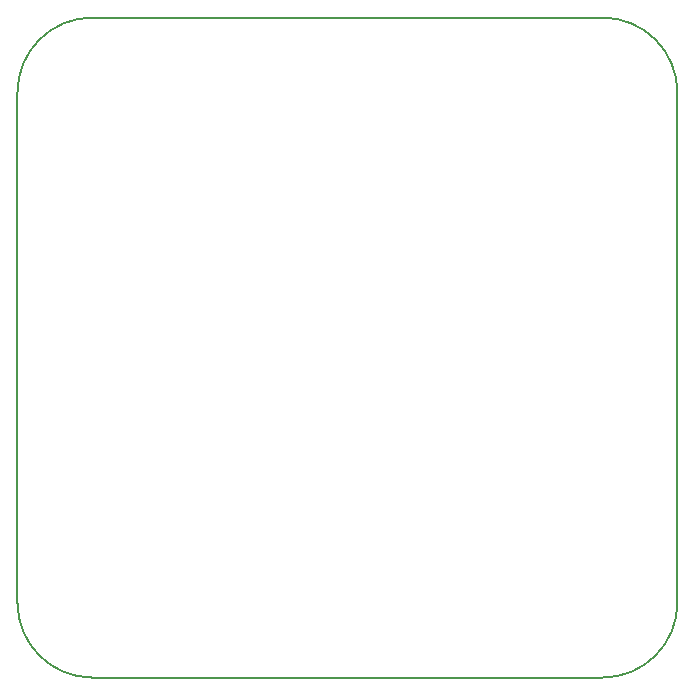
<source format=gm1>
G04 #@! TF.FileFunction,Profile,NP*
%FSLAX46Y46*%
G04 Gerber Fmt 4.6, Leading zero omitted, Abs format (unit mm)*
G04 Created by KiCad (PCBNEW (2015-11-29 BZR 6336)-product) date vrijdag 15 april 2016 20:54:22*
%MOMM*%
G01*
G04 APERTURE LIST*
%ADD10C,0.100000*%
%ADD11C,0.150000*%
G04 APERTURE END LIST*
D10*
D11*
X130810000Y-73660000D02*
X173990000Y-73660000D01*
X124460000Y-123190000D02*
X124460000Y-80010000D01*
X173990000Y-129540000D02*
X130810000Y-129540000D01*
X180340000Y-80010000D02*
X180340000Y-123190000D01*
X173990000Y-129540000D02*
G75*
G03X180340000Y-123190000I0J6350000D01*
G01*
X124460000Y-123190000D02*
G75*
G03X130810000Y-129540000I6350000J0D01*
G01*
X130810000Y-73660000D02*
G75*
G03X124460000Y-80010000I0J-6350000D01*
G01*
X180340000Y-80010000D02*
G75*
G03X173990000Y-73660000I-6350000J0D01*
G01*
M02*

</source>
